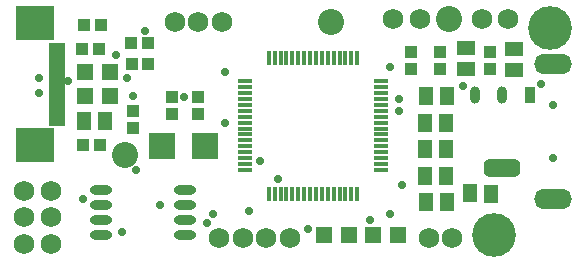
<source format=gts>
G04*
G04 #@! TF.GenerationSoftware,Altium Limited,Altium Designer,19.1.5 (86)*
G04*
G04 Layer_Color=8388736*
%FSLAX25Y25*%
%MOIN*%
G70*
G01*
G75*
%ADD22R,0.03439X0.05725*%
G04:AMPARAMS|DCode=23|XSize=57.25mil|YSize=34.39mil|CornerRadius=17.19mil|HoleSize=0mil|Usage=FLASHONLY|Rotation=270.000|XOffset=0mil|YOffset=0mil|HoleType=Round|Shape=RoundedRectangle|*
%AMROUNDEDRECTD23*
21,1,0.05725,0.00000,0,0,270.0*
21,1,0.02287,0.03439,0,0,270.0*
1,1,0.03439,0.00000,-0.01143*
1,1,0.03439,0.00000,0.01143*
1,1,0.03439,0.00000,0.01143*
1,1,0.03439,0.00000,-0.01143*
%
%ADD23ROUNDEDRECTD23*%
G04:AMPARAMS|DCode=24|XSize=57.25mil|YSize=123.31mil|CornerRadius=17.18mil|HoleSize=0mil|Usage=FLASHONLY|Rotation=270.000|XOffset=0mil|YOffset=0mil|HoleType=Round|Shape=RoundedRectangle|*
%AMROUNDEDRECTD24*
21,1,0.05725,0.08896,0,0,270.0*
21,1,0.02290,0.12331,0,0,270.0*
1,1,0.03435,-0.04448,-0.01145*
1,1,0.03435,-0.04448,0.01145*
1,1,0.03435,0.04448,0.01145*
1,1,0.03435,0.04448,-0.01145*
%
%ADD24ROUNDEDRECTD24*%
%ADD25R,0.04700X0.01200*%
%ADD26R,0.01200X0.04700*%
%ADD32R,0.04343X0.03950*%
%ADD33R,0.05800X0.05800*%
%ADD34R,0.05918X0.04737*%
%ADD35R,0.04737X0.05918*%
%ADD36O,0.07493X0.03162*%
%ADD37R,0.08674X0.08674*%
%ADD38R,0.05524X0.01981*%
%ADD39R,0.12611X0.11430*%
%ADD40R,0.03950X0.04343*%
%ADD41C,0.06800*%
%ADD42C,0.08674*%
%ADD43C,0.14580*%
%ADD44O,0.12611X0.06706*%
%ADD45C,0.02769*%
D22*
X178347Y56398D02*
D03*
D23*
X169291D02*
D03*
X160236D02*
D03*
D24*
X169291Y32185D02*
D03*
D25*
X83494Y61024D02*
D03*
Y59055D02*
D03*
Y57087D02*
D03*
Y55118D02*
D03*
Y53150D02*
D03*
Y51181D02*
D03*
Y49213D02*
D03*
Y47244D02*
D03*
Y45276D02*
D03*
Y43307D02*
D03*
Y41339D02*
D03*
Y39370D02*
D03*
Y37402D02*
D03*
Y35433D02*
D03*
Y33465D02*
D03*
Y31496D02*
D03*
X128770D02*
D03*
Y33465D02*
D03*
Y35433D02*
D03*
Y37402D02*
D03*
Y39370D02*
D03*
Y41339D02*
D03*
Y43307D02*
D03*
Y45276D02*
D03*
Y47244D02*
D03*
Y49213D02*
D03*
Y51181D02*
D03*
Y53150D02*
D03*
Y55118D02*
D03*
Y57087D02*
D03*
Y59055D02*
D03*
Y61024D02*
D03*
D26*
X91368Y23622D02*
D03*
X93337D02*
D03*
X95305D02*
D03*
X97274D02*
D03*
X99242D02*
D03*
X101211D02*
D03*
X103179D02*
D03*
X105148D02*
D03*
X107116D02*
D03*
X109085D02*
D03*
X111053D02*
D03*
X113022D02*
D03*
X114990D02*
D03*
X116959D02*
D03*
X118927D02*
D03*
X120896D02*
D03*
Y68898D02*
D03*
X118927D02*
D03*
X116959D02*
D03*
X114990D02*
D03*
X113022D02*
D03*
X111053D02*
D03*
X109085D02*
D03*
X107116D02*
D03*
X105148D02*
D03*
X103179D02*
D03*
X101211D02*
D03*
X99242D02*
D03*
X97274D02*
D03*
X95305D02*
D03*
X93337D02*
D03*
X91368D02*
D03*
D32*
X138779Y65266D02*
D03*
Y70866D02*
D03*
X148622Y65266D02*
D03*
Y70866D02*
D03*
X165219Y65266D02*
D03*
Y70866D02*
D03*
X67913Y50197D02*
D03*
Y55797D02*
D03*
X59055Y50197D02*
D03*
Y55797D02*
D03*
X46260Y51181D02*
D03*
Y45581D02*
D03*
D33*
X38386Y64003D02*
D03*
X29986D02*
D03*
X126011Y9843D02*
D03*
X134411D02*
D03*
X118110D02*
D03*
X109710D02*
D03*
X38386Y56102D02*
D03*
X29986D02*
D03*
D34*
X157289Y72008D02*
D03*
X157250Y64961D02*
D03*
X173228Y71850D02*
D03*
X173189Y64803D02*
D03*
D35*
X150748Y56063D02*
D03*
X143701Y56102D02*
D03*
X143543Y47267D02*
D03*
X150591Y47227D02*
D03*
X143543Y38431D02*
D03*
X150591Y38392D02*
D03*
X143543Y29595D02*
D03*
X150591Y29556D02*
D03*
X143701Y20760D02*
D03*
X150748Y20720D02*
D03*
X165410Y23597D02*
D03*
X158363Y23637D02*
D03*
X29773Y47754D02*
D03*
X36820Y47715D02*
D03*
D36*
X35433Y24843D02*
D03*
Y19842D02*
D03*
Y14842D02*
D03*
Y9843D02*
D03*
X63386Y24843D02*
D03*
Y19842D02*
D03*
Y14842D02*
D03*
Y9843D02*
D03*
D37*
X70079Y39370D02*
D03*
X55905D02*
D03*
D38*
X20669Y47244D02*
D03*
Y49213D02*
D03*
Y51181D02*
D03*
Y57087D02*
D03*
Y59055D02*
D03*
Y61024D02*
D03*
Y62992D02*
D03*
Y72835D02*
D03*
Y70866D02*
D03*
Y68898D02*
D03*
Y66929D02*
D03*
Y64961D02*
D03*
Y55118D02*
D03*
Y53150D02*
D03*
D39*
X13347Y80433D02*
D03*
Y39646D02*
D03*
D40*
X51181Y73819D02*
D03*
X45581D02*
D03*
X45662Y66755D02*
D03*
X51262D02*
D03*
X29528Y39785D02*
D03*
X35128D02*
D03*
X35433Y79724D02*
D03*
X29833D02*
D03*
X29291Y71676D02*
D03*
X34891D02*
D03*
D41*
X18701Y6890D02*
D03*
X144685Y8858D02*
D03*
X90551Y8858D02*
D03*
X141732Y81693D02*
D03*
X98425Y8858D02*
D03*
X67913Y80709D02*
D03*
X75787Y80709D02*
D03*
X74803Y8858D02*
D03*
X82677D02*
D03*
X132874Y81693D02*
D03*
X152559Y8858D02*
D03*
X171260Y81693D02*
D03*
X162402D02*
D03*
X60039Y80709D02*
D03*
X18701Y15748D02*
D03*
Y24606D02*
D03*
X9843Y6890D02*
D03*
Y15748D02*
D03*
Y24606D02*
D03*
D42*
X112205Y80709D02*
D03*
X151575Y81693D02*
D03*
X43307Y36417D02*
D03*
D43*
X185039Y78740D02*
D03*
X166339Y9843D02*
D03*
D44*
X186024Y21850D02*
D03*
Y66732D02*
D03*
D45*
Y35433D02*
D03*
Y53150D02*
D03*
X70866Y13780D02*
D03*
X125000Y14764D02*
D03*
X135827Y26575D02*
D03*
X84646Y17717D02*
D03*
X29528Y21654D02*
D03*
X42323Y10827D02*
D03*
X55118Y19685D02*
D03*
X72835Y16732D02*
D03*
X47244Y31496D02*
D03*
X94488Y28543D02*
D03*
X76772Y63976D02*
D03*
Y47244D02*
D03*
X50197Y77756D02*
D03*
X62992Y55797D02*
D03*
X24606Y61023D02*
D03*
X14764Y57087D02*
D03*
Y62008D02*
D03*
X88582Y34449D02*
D03*
X134843Y55118D02*
D03*
Y51181D02*
D03*
X131890Y65945D02*
D03*
X156137Y59414D02*
D03*
X46260Y56102D02*
D03*
X44291Y62008D02*
D03*
X131890Y16732D02*
D03*
X40354Y69882D02*
D03*
X104331Y11811D02*
D03*
X182087Y60039D02*
D03*
M02*

</source>
